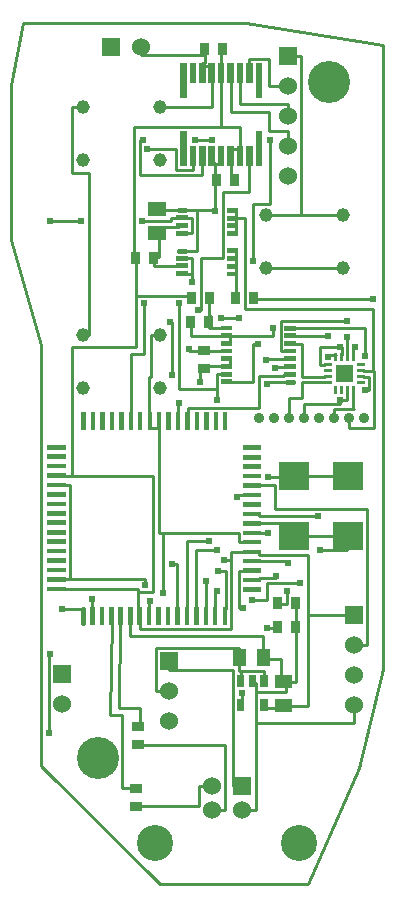
<source format=gbr>
G04 start of page 3 for group 1 idx 3
G04 Title: (unknown), component *
G04 Creator: pcb 20080202 *
G04 CreationDate: Fri Jun  6 05:00:44 2008 UTC *
G04 For: sean *
G04 Format: Gerber/RS-274X *
G04 PCB-Dimensions: 130000 290000 *
G04 PCB-Coordinate-Origin: lower left *
%MOIN*%
%FSLAX24Y24*%
%LNFRONT*%
%ADD11C,0.0100*%
%ADD12C,0.0600*%
%ADD13C,0.0200*%
%ADD14C,0.0360*%
%ADD15C,0.0460*%
%ADD16C,0.1200*%
%ADD17C,0.1400*%
%ADD18C,0.0240*%
%ADD19C,0.0380*%
%ADD20C,0.0300*%
%ADD21C,0.0280*%
%ADD22C,0.0900*%
%ADD23C,0.0180*%
%ADD24R,0.0300X0.0300*%
%ADD25R,0.0240X0.0240*%
%ADD26R,0.0450X0.0450*%
%ADD27C,0.0150*%
%ADD28R,0.0150X0.0150*%
%ADD29R,0.0945X0.0945*%
%ADD30R,0.0110X0.0110*%
%ADD31C,0.0160*%
%ADD32R,0.0160X0.0160*%
%ADD33R,0.0216X0.0216*%
G54D11*X300Y21580D02*X1310Y18080D01*
X700Y28840D02*X300Y26760D01*
Y21580D01*
X2350Y26025D02*Y23814D01*
X1615Y22211D02*Y22211D01*
X2893Y18423D02*X2711D01*
X2350Y23814D02*X2893D01*
X1615Y22211D02*X2643D01*
X2893Y18423D02*Y23814D01*
X2350Y26025D02*X2710D01*
X7600Y17380D02*Y17630D01*
X6800Y17300D02*Y17380D01*
X7380D02*X6800D01*
X6610Y16870D02*Y17300D01*
X2350Y18013D02*X4470D01*
Y19740D01*
X4730Y17783D02*Y19490D01*
X4975Y18423D02*Y17012D01*
X6920Y19060D02*X6965D01*
X7290Y18990D02*X7920D01*
Y18989D01*
X7380Y18400D02*X6290D01*
X5270Y18423D02*X4975D01*
X6290Y18400D02*Y18385D01*
Y18400D01*
X5665Y18853D02*Y17082D01*
X5919Y16619D02*Y19490D01*
X7600Y18400D02*Y18150D01*
X8378Y18128D02*Y16870D01*
Y18128D02*X8550D01*
X7790Y20970D02*Y21050D01*
Y22320D02*Y22150D01*
Y22070D02*Y22150D01*
Y20720D02*Y20800D01*
Y21810D02*Y22070D01*
X8100Y22320D02*X7790D01*
Y20460D02*Y19720D01*
X8100Y22320D02*Y19280D01*
X7790Y20540D02*Y20720D01*
X11715Y15960D02*X11070D01*
X10010Y16844D02*Y16320D01*
X9570D02*X10010D01*
X12361Y17238D02*X12419D01*
X12361D02*Y19280D01*
X12111Y18650D02*Y17734D01*
X10786Y16844D02*X10010D01*
Y17041D02*Y18140D01*
X9720D01*
X11321Y18028D02*Y17773D01*
X11518D02*Y18374D01*
X9290Y18900D02*Y17890D01*
X7790Y19720D02*X7800D01*
X12361Y19280D02*X8100D01*
X9960Y22423D02*X11369D01*
X12380Y19620D02*X8400D01*
X12111Y18650D02*X9720D01*
X10869Y18400D02*Y18400D01*
Y18400D02*X9720D01*
Y18400D01*
X9040Y18650D02*Y18400D01*
X7600D01*
X8810Y20652D02*X11369D01*
X9959Y22423D02*X9960D01*
X9959D01*
X4470Y19740D02*X6320D01*
X6290Y18400D02*Y18810D01*
X6330Y20470D02*Y20189D01*
X6345D01*
X5900Y22330D02*X5637D01*
X6120D02*X6330D01*
Y21820D01*
X5637Y22330D02*Y22211D01*
X4658D02*X5637D01*
X4658D02*Y22211D01*
X6330Y20470D02*X6120D01*
X5900Y20730D02*X5070D01*
Y20725D01*
Y20730D01*
X6120Y20980D02*X6330D01*
Y20470D01*
X5230Y22031D02*Y21820D01*
X6330D02*X6120D01*
X6510Y21240D02*X6120D01*
X8150Y28840D02*X700D01*
X12690Y28100D02*X8150Y28840D01*
X12690Y28100D02*Y28090D01*
X7310Y27900D02*Y27393D01*
Y27900D02*X7370D01*
X6770Y27750D02*X4650D01*
Y28010D02*Y27750D01*
X6770D02*Y27900D01*
Y27750D01*
X6680Y27502D02*Y27393D01*
Y27502D02*X6770D01*
Y27750D01*
X6680Y27393D02*X6994D01*
X7310Y25368D02*X7939D01*
X8888Y25870D02*X7624D01*
X9530Y26740D02*X8888D01*
X7310Y25368D02*Y26941D01*
X4402Y25368D02*X7310D01*
X7624Y25870D02*Y26941D01*
X5269Y26025D02*X6994D01*
Y26940D01*
X9530Y25740D02*Y26130D01*
X7939D01*
Y26941D01*
X4839Y24614D02*Y24614D01*
Y24614D02*X5811D01*
X4589Y23746D02*X6680D01*
Y24165D01*
X5811Y24614D02*Y23927D01*
X4589Y24934D02*X4719D01*
X4589D02*Y23746D01*
X7100Y24111D02*X7310D01*
X6994Y24165D02*X7100D01*
X8888Y26740D02*Y27632D01*
X8254D02*X8888D01*
X8254D02*Y27393D01*
X9530Y27740D02*X9960D01*
X5070Y20730D02*Y20930D01*
X5230Y21820D02*Y21030D01*
X4402D02*X4470D01*
X5070D02*X5230D01*
X4402Y25368D02*Y21030D01*
X4470Y19740D02*Y20930D01*
X5900Y22031D02*X5230D01*
X5900Y22080D02*Y22031D01*
X6510Y22590D02*Y21240D01*
X5230Y22590D02*X5900D01*
X5230D02*Y22620D01*
X7790Y21230D02*Y21050D01*
Y20970D01*
Y20800D02*Y20970D01*
Y20800D02*Y20720D01*
Y20460D02*Y20540D01*
X6890Y19060D02*Y18910D01*
Y19060D02*X6920D01*
X6965D01*
X6920D02*Y19610D01*
X6890Y18660D02*X7380D01*
X6890D02*Y18810D01*
X11518Y18900D02*X9290D01*
X5619Y18853D02*X5665D01*
X6640Y19260D02*X6540D01*
X6640D02*Y20980D01*
X7624Y24165D02*Y23650D01*
X7939Y24618D02*X7624D01*
X7100Y24111D02*Y24165D01*
X6994Y24111D02*X7100D01*
Y23650D02*X7170D01*
X7100Y24111D02*Y23650D01*
X7790Y22580D02*Y22320D01*
X6510Y22590D02*X6120D01*
X7790Y22150D02*Y22070D01*
X7110Y22573D02*Y22590D01*
X6510D01*
X7110Y22573D02*Y22590D01*
Y23550D01*
X7790Y20540D02*Y20460D01*
X6640Y20980D02*X7360D01*
Y23190D01*
X8365Y22783D02*Y20902D01*
X7110Y23550D02*X7170D01*
X7624Y23650D02*X7770D01*
X7360Y23190D02*X8254D01*
X5811Y23927D02*X6365D01*
Y24165D01*
X6430Y24926D02*X7001D01*
Y24926D01*
X9959Y22423D02*X8810D01*
X8254Y23190D02*Y24165D01*
X7939Y25368D02*Y24618D01*
X9530Y24740D02*Y25230D01*
X8888D01*
Y25870D02*Y25230D01*
X8954Y24926D02*Y22783D01*
X9960Y27740D02*Y22423D01*
X12690Y7300D02*Y28100D01*
X8954Y22783D02*X8365D01*
X12690Y7300D02*X11890Y3990D01*
X10220Y130D02*X11890Y3990D01*
X11730Y5505D02*Y6080D01*
X8465Y5505D02*X11730D01*
X8465Y2590D02*Y5505D01*
X5270Y130D02*X1310Y4070D01*
X4420Y3310D02*X4010D01*
Y5770D01*
X3620D01*
X1560Y5170D02*X1560D01*
X4590Y5360D02*Y5980D01*
X3910D01*
X5560Y7550D02*Y7250D01*
X5130Y7980D02*Y6550D01*
X5560D01*
X1615Y7790D02*X1560D01*
Y5170D02*Y7790D01*
X9320Y6000D02*X8740D01*
X7909Y7230D02*X7960D01*
X8740Y6980D02*Y7230D01*
X7960D01*
X8350Y6820D02*X8465D01*
Y5505D02*Y6514D01*
X5560Y7250D02*X7710D01*
X7960Y7230D02*Y6980D01*
X8465Y6514D02*Y6820D01*
X7920Y7750D02*Y7980D01*
X7909Y7230D02*Y7610D01*
X7920D01*
Y7980D02*X5130D01*
X8720Y8377D02*X4280D01*
Y8830D01*
X8850Y8650D02*X9200D01*
X8720Y8377D02*Y7750D01*
X7710Y7250D02*Y3390D01*
X7995Y6480D02*Y6160D01*
X7960D01*
X10220Y130D02*X5270D01*
X4520Y2710D02*X6580D01*
X7710Y3390D02*X8010D01*
X4590Y4760D02*X7440D01*
Y2590D01*
X7010D01*
X6580Y2710D02*Y3390D01*
X7010D01*
X8010Y2590D02*X8465D01*
X9320Y6000D02*Y6070D01*
X10199D02*X9460D01*
X11730Y9080D02*X10199D01*
X12166Y8080D02*X11730D01*
X9320Y6870D02*Y7610D01*
X8720D01*
X9460Y6870D02*X9800D01*
Y8650D01*
X8465Y6514D02*X9460D01*
Y6870D01*
X10199Y9080D02*Y6070D01*
X1310Y4070D02*Y18080D01*
X2255Y10280D02*X2050D01*
X1991Y9290D02*Y9285D01*
X2255Y10280D02*Y13430D01*
X5030Y9857D02*Y13740D01*
X2350D01*
X4530Y9960D02*X2050D01*
X4530Y9857D02*Y9960D01*
X4780Y10280D02*Y10107D01*
Y10280D02*X2255D01*
X5240Y15340D02*Y11820D01*
X9570Y16320D02*Y15650D01*
X8558Y16005D02*X6190D01*
Y15800D01*
X12053Y17238D02*X12361D01*
X10786Y17041D02*X10010D01*
X11124Y17773D02*X10869D01*
Y17708D01*
X10619Y17435D02*Y18028D01*
Y17435D02*X10786D01*
X11268Y18028D02*X10619D01*
X11715D02*Y17773D01*
X11769Y18028D02*X11715D01*
X11268D02*X11321D01*
X11518Y17773D02*X11518D01*
X9290Y17890D02*X9500D01*
X6800D02*Y17900D01*
Y17890D02*X7380D01*
X6230Y17970D02*Y17900D01*
X6700D02*X6230D01*
X9500Y17630D02*X8800D01*
X9500Y17370D02*X9120D01*
Y17329D01*
X9419Y17120D02*X9500D01*
X9419D02*Y17070D01*
X8558D01*
X8800Y17630D02*Y17579D01*
X8378Y16870D02*Y16850D01*
X9500Y16860D02*X8839D01*
Y16800D01*
X7600Y16870D02*X8378D01*
Y16850D01*
X7158Y16619D02*Y16255D01*
X5870Y16165D02*Y15800D01*
X5915Y16165D02*X5870D01*
X7158Y16619D02*X5919D01*
X7380Y17120D02*X7158D01*
Y16619D01*
X8558Y17070D02*Y16005D01*
X7462Y9290D02*X7430D01*
X7895Y9312D02*X8028D01*
X9800Y8750D02*Y9450D01*
X7462Y9290D02*Y10554D01*
X7895Y10570D02*Y9312D01*
X8560Y10330D02*Y10260D01*
X7895Y11520D02*X8100D01*
X7895Y11820D02*Y11520D01*
X7642Y10929D02*Y8624D01*
X6170Y9290D02*Y11570D01*
X6480Y11250D02*Y9290D01*
X7110Y9901D02*Y9290D01*
X6800Y10224D02*Y9290D01*
X8560Y13410D02*X9113D01*
X8100Y13090D02*X7825D01*
Y13015D01*
X9773Y13733D02*X11506D01*
X8863Y13696D02*X9716D01*
Y13733D02*Y13696D01*
X9113Y13410D02*Y12635D01*
X8560Y12460D02*Y12385D01*
X9113Y12635D02*X12166D01*
X8560Y12385D02*X10526D01*
X6904Y11570D02*X6170D01*
X7158Y11250D02*X6480D01*
X5365Y11820D02*Y9815D01*
X5240Y11820D02*X5365D01*
X7205Y10554D02*X7462D01*
X7180Y9901D02*X7110D01*
X6795Y10224D02*X6800D01*
X7895Y10570D02*X8100D01*
X9949Y10150D02*X8842D01*
Y9595D02*Y10150D01*
X8348Y9595D02*X8842D01*
X9150Y10400D02*Y10330D01*
X8560D01*
X4300Y15800D02*Y17783D01*
X4730D01*
X4910Y15800D02*X4930D01*
X4910Y17012D02*Y15800D01*
Y17012D02*X4975D01*
X2350Y13740D02*Y18013D01*
Y13740D02*X2050D01*
X2255Y13430D02*X2050D01*
X4930Y15340D02*X5240D01*
X7418Y10929D02*X7642D01*
X8100Y11200D02*X7642D01*
Y10929D01*
X8560Y11109D02*Y11200D01*
X7642Y8624D02*X4590D01*
X5365Y11820D02*X7895D01*
X5665Y10804D02*X5850D01*
Y9290D01*
X12419Y17238D02*Y15339D01*
X11570D01*
X11070Y15960D02*Y15650D01*
X11268Y16250D02*Y16140D01*
X10070D01*
Y15650D01*
X11518Y16250D02*X11268D01*
X11715Y16506D02*Y15960D01*
X12053Y17041D02*X12239D01*
X11570Y15339D02*Y15650D01*
X11715Y15960D02*X11736D01*
X11715D01*
X12239Y17041D02*Y16589D01*
X12111D02*X12239D01*
X11518Y16250D02*Y16506D01*
X12166Y12635D02*Y8080D01*
X11506Y11725D02*Y11271D01*
Y11725D01*
Y11271D02*X10620D01*
Y11253D01*
X10199Y9080D02*Y11109D01*
X8560D01*
X9502Y9900D02*Y9450D01*
X9200D01*
X8560Y10890D02*X9549D01*
Y10837D01*
X9773Y11725D02*X11506D01*
X11563D01*
X8560Y12150D02*X9716D01*
Y11725D01*
X8560Y11830D02*X8863D01*
X3620Y5770D02*X3660Y8930D01*
X3910Y5980D02*X3950Y8910D01*
X3650Y8930D02*X3660D01*
X3960Y8910D02*X3950D01*
X4590Y8624D02*Y8830D01*
X4530Y9857D02*X5030D01*
X4530Y9290D02*X4590D01*
X4530Y9857D02*Y9290D01*
X4910Y9565D02*Y9290D01*
Y9565D02*X4945D01*
X3020Y9290D02*Y9637D01*
X2710Y9290D02*X1991D01*
G54D12*X11730Y8080D03*
Y6080D03*
G54D13*G36*
X11430Y9380D02*Y8780D01*
X12030D01*
Y9380D01*
X11430D01*
G37*
G54D14*X8570Y15650D03*
X9070D03*
X9570D03*
X10070D03*
X10570D03*
X11070D03*
X11570D03*
X12070D03*
G54D15*X2711Y18423D03*
X5270D03*
Y16652D03*
X2711D03*
X2710Y26025D03*
Y24254D03*
G54D12*X11730Y7080D03*
G54D13*G36*
X1690Y7410D02*Y6810D01*
X2290D01*
Y7410D01*
X1690D01*
G37*
G36*
X5260Y7850D02*Y7250D01*
X5860D01*
Y7850D01*
X5260D01*
G37*
G54D12*X1990Y6110D03*
X5560Y6550D03*
Y5550D03*
G54D13*G36*
X7710Y3690D02*Y3090D01*
X8310D01*
Y3690D01*
X7710D01*
G37*
G54D12*X7010Y3390D03*
Y2590D03*
X8010D03*
G54D16*X9910Y1490D03*
X5110D03*
G54D13*G36*
X3350Y28310D02*Y27710D01*
X3950D01*
Y28310D01*
X3350D01*
G37*
G54D12*X4650Y28010D03*
G54D13*G36*
X9230Y28040D02*Y27440D01*
X9830D01*
Y28040D01*
X9230D01*
G37*
G54D12*X9530Y26740D03*
Y25740D03*
G54D15*X5269Y26025D03*
Y24254D03*
G54D12*X9530Y24740D03*
Y23740D03*
G54D15*X8810Y22423D03*
X11369D03*
Y20652D03*
X8810D03*
G54D17*X3190Y4340D03*
G54D18*X1991Y9285D03*
X1615Y7790D03*
X1560Y5170D03*
G54D17*X10890Y26850D03*
G54D18*X10620Y11253D03*
X10526Y12385D03*
X6610Y16870D03*
X5619Y18853D03*
X5665Y17082D03*
X6230Y17970D03*
X4839Y24614D03*
X4719Y24934D03*
X6430Y24926D03*
X7001Y24926D03*
X8954Y24926D03*
X5919Y19490D03*
X6345Y20189D03*
X8365Y20902D03*
X7290Y18990D03*
X7920Y18989D03*
X4658Y22211D03*
X7110Y22573D03*
X2643Y22211D03*
X1615Y22211D03*
X12380Y19620D03*
X4730Y19490D03*
X6540Y19260D03*
X11268Y16250D03*
X5915Y16165D03*
X7158Y16255D03*
X12111Y16589D03*
Y17734D03*
X11769Y18028D03*
X10869Y17708D03*
Y18400D03*
X11268Y18028D03*
X11518Y18374D03*
Y18900D03*
X9040Y18650D03*
X8800Y17579D03*
X9120Y17329D03*
X8839Y16800D03*
X8550Y18128D03*
X7825Y13015D03*
X9502Y9900D03*
X9549Y10837D03*
X9949Y10150D03*
X8863Y11830D03*
X6904Y11570D03*
X7158Y11250D03*
X8863Y13696D03*
X9150Y10400D03*
X8850Y8650D03*
X8348Y9595D03*
X7995Y6480D03*
X8028Y9312D03*
X7418Y10929D03*
X7205Y10554D03*
X7180Y9901D03*
X6795Y10224D03*
X4945Y9565D03*
X5665Y10804D03*
X3020Y9637D03*
X4780Y10107D03*
X5365Y9815D03*
G54D24*X9800Y9550D02*Y9450D01*
X9200Y9550D02*Y9450D01*
X9800Y8750D02*Y8650D01*
X9200Y8750D02*Y8650D01*
G54D25*X7960Y6980D02*Y6820D01*
Y6160D02*Y6000D01*
G54D26*X7920Y7750D02*Y7610D01*
G54D25*X8350Y6980D02*Y6820D01*
X8740Y6980D02*Y6820D01*
Y6160D02*Y6000D01*
G54D26*X8720Y7750D02*Y7610D01*
X9320Y6870D02*X9460D01*
X9320Y6070D02*X9460D01*
G54D24*X4420Y2710D02*X4520D01*
X4420Y3310D02*X4520D01*
X4490Y4760D02*X4590D01*
X4490Y5360D02*X4590D01*
G54D27*X2710Y9290D02*Y8830D01*
G54D28*X3020Y9290D02*Y8830D01*
X3330Y9290D02*Y8830D01*
X3650Y9290D02*Y8830D01*
X3960Y9290D02*Y8830D01*
X4280Y9290D02*Y8830D01*
X4590Y9290D02*Y8830D01*
X4910Y9290D02*Y8830D01*
X5220Y9290D02*Y8830D01*
X5540Y9290D02*Y8830D01*
X5850Y9290D02*Y8830D01*
X6170Y9290D02*Y8830D01*
X6480Y9290D02*Y8830D01*
X6800Y9290D02*Y8830D01*
X7110Y9290D02*Y8830D01*
X7430Y9290D02*Y8830D01*
G54D29*X9716Y11725D02*X9773D01*
G54D28*X8100Y9950D02*X8560D01*
X8100Y10260D02*X8560D01*
X8100Y10570D02*X8560D01*
X8100Y10890D02*X8560D01*
X8100Y11200D02*X8560D01*
X8100Y11520D02*X8560D01*
X8100Y11830D02*X8560D01*
G54D30*X10786Y17435D02*X10951D01*
X10786Y17238D02*X10951D01*
X10786Y17041D02*X10951D01*
X10786Y16844D02*X10951D01*
X11124Y16671D02*Y16506D01*
Y17773D02*Y17608D01*
X11321Y16671D02*Y16506D01*
X11518Y16671D02*Y16506D01*
X11715Y16671D02*Y16506D01*
Y17773D02*Y17608D01*
X11518Y17773D02*Y17608D01*
X11321Y17773D02*Y17608D01*
G54D13*G36*
X11124Y17435D02*Y16844D01*
X11715D01*
Y17435D01*
X11124D01*
G37*
G54D30*X11888Y16844D02*X12053D01*
X11888Y17041D02*X12053D01*
X11888Y17238D02*X12053D01*
X11888Y17435D02*X12053D01*
G54D31*X9500Y16860D02*X9720D01*
G54D32*X9500Y17120D02*X9720D01*
X9500Y17370D02*X9720D01*
X9500Y17630D02*X9720D01*
X9500Y17890D02*X9720D01*
X9500Y18140D02*X9720D01*
G54D29*X11506Y11725D02*X11563D01*
X11506Y13733D02*X11563D01*
X9716D02*X9773D01*
G54D28*X8100Y12150D02*X8560D01*
X8100Y12460D02*X8560D01*
X8100Y12780D02*X8560D01*
X8100Y13090D02*X8560D01*
X8100Y13410D02*X8560D01*
X8100Y13720D02*X8560D01*
X8100Y14040D02*X8560D01*
X8100Y14350D02*X8560D01*
X8100Y14670D02*X8560D01*
X7440Y15800D02*Y15340D01*
X7130Y15800D02*Y15340D01*
X6820Y15800D02*Y15340D01*
X6500Y15800D02*Y15340D01*
X6190Y15800D02*Y15340D01*
X5870Y15800D02*Y15340D01*
X5560Y15800D02*Y15340D01*
X5240Y15800D02*Y15340D01*
X4930Y15800D02*Y15340D01*
X4610Y15800D02*Y15340D01*
X4300Y15800D02*Y15340D01*
X3980Y15800D02*Y15340D01*
X3670Y15800D02*Y15340D01*
X3350Y15800D02*Y15340D01*
X3040Y15800D02*Y15340D01*
X2720Y15800D02*Y15340D01*
X1590Y14680D02*X2050D01*
X1590Y14370D02*X2050D01*
X1590Y14060D02*X2050D01*
X1590Y13740D02*X2050D01*
X1590Y13430D02*X2050D01*
X1590Y13110D02*X2050D01*
X1590Y12800D02*X2050D01*
X1590Y12480D02*X2050D01*
X1590Y12170D02*X2050D01*
X1590Y11850D02*X2050D01*
X1590Y11540D02*X2050D01*
X1590Y11220D02*X2050D01*
X1590Y10910D02*X2050D01*
X1590Y10590D02*X2050D01*
X1590Y10280D02*X2050D01*
X1590Y9960D02*X2050D01*
G54D24*X7370Y28000D02*Y27900D01*
X6770Y28000D02*Y27900D01*
G54D33*X8569Y27393D02*Y26429D01*
X8254Y27393D02*Y26941D01*
X7939Y27393D02*Y26941D01*
X7624Y27393D02*Y26941D01*
X7310Y27393D02*Y26941D01*
X6994Y27393D02*Y26940D01*
X6680Y27393D02*Y26941D01*
X6365Y27393D02*Y26941D01*
X6050Y27393D02*Y26429D01*
G54D24*X8400Y19720D02*Y19620D01*
X7800Y19720D02*Y19620D01*
X6920Y19710D02*Y19610D01*
G54D32*X9500Y18400D02*X9720D01*
X9500Y18650D02*X9720D01*
X7570Y20460D02*X7790D01*
X7570Y20720D02*X7790D01*
X7570Y20970D02*X7790D01*
X7570Y21230D02*X7790D01*
X7570Y21810D02*X7790D01*
X7570Y22070D02*X7790D01*
X7570Y22320D02*X7790D01*
X7570Y22580D02*X7790D01*
X7380Y18660D02*X7600D01*
G54D24*X6890Y18910D02*Y18810D01*
X6290Y18910D02*Y18810D01*
G54D32*X7380Y18400D02*X7600D01*
X7380Y18150D02*X7600D01*
X7380Y17890D02*X7600D01*
X7380Y17630D02*X7600D01*
X7380Y17380D02*X7600D01*
X7380Y17120D02*X7600D01*
X7380Y16870D02*X7600D01*
G54D24*X6700Y17300D02*X6800D01*
X6700Y17900D02*X6800D01*
X6320Y19710D02*Y19610D01*
G54D31*X5900Y21240D02*X6120D01*
X5900Y22590D02*X6120D01*
G54D32*X5900Y22330D02*X6120D01*
X5900Y22080D02*X6120D01*
X5900Y21820D02*X6120D01*
X5900Y20980D02*X6120D01*
G54D24*X4470Y21030D02*Y20930D01*
X5070Y21030D02*Y20930D01*
G54D32*X5900Y20730D02*X6120D01*
X5900Y20470D02*X6120D01*
G54D26*X5090Y21820D02*X5230D01*
X5090Y22620D02*X5230D01*
G54D33*X6050Y25130D02*Y24165D01*
X6365Y24618D02*Y24165D01*
X6680Y24618D02*Y24165D01*
X6994Y24618D02*Y24165D01*
X7310Y24618D02*Y24165D01*
X7624Y24618D02*Y24165D01*
X7939Y24618D02*Y24165D01*
X8254Y24618D02*Y24165D01*
X8569Y25130D02*Y24165D01*
G54D24*X7770Y23650D02*Y23550D01*
X7170Y23650D02*Y23550D01*
G54D19*G54D13*G54D20*G54D19*G54D21*G54D22*G54D19*G54D20*G54D19*G54D20*G54D16*G54D23*G54D16*G54D23*M02*

</source>
